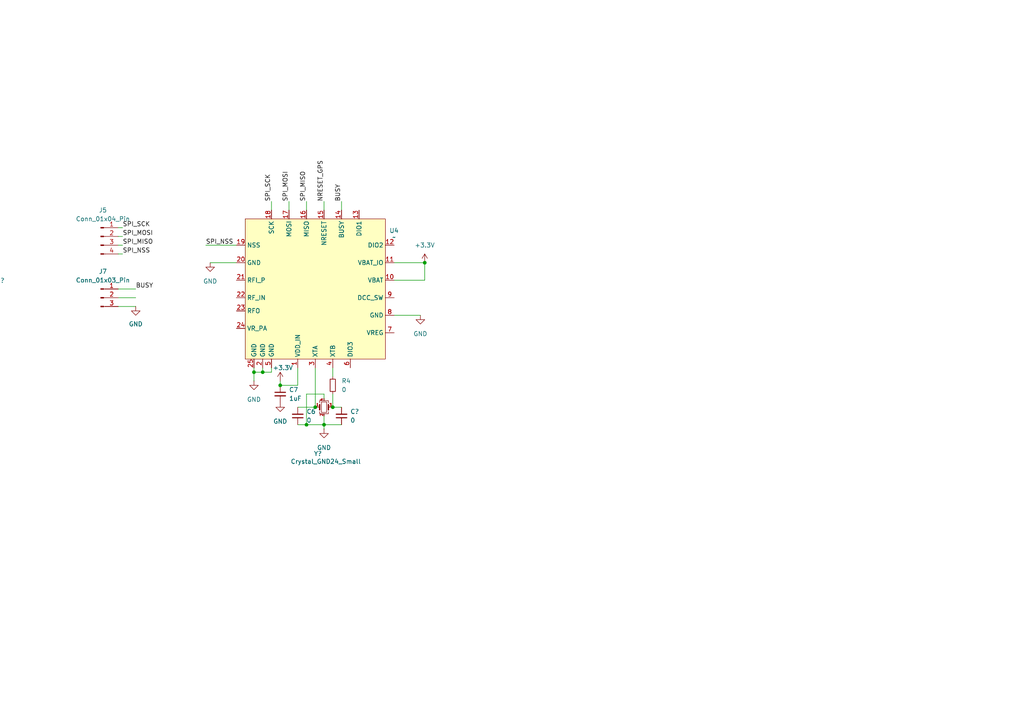
<source format=kicad_sch>
(kicad_sch (version 20231120) (generator "eeschema") (generator_version "8.0")
  (paper "A4")
  (lib_symbols
    (symbol "Connector:Conn_01x03_Pin" (pin_names (offset 1.016) hide)
      (property "Reference" "J" (at 0 5.08 0))
      (property "Value" "Conn_01x03_Pin" (at 0 -5.08 0))
      (symbol "Conn_01x03_Pin_1_1"
        (polyline (pts (xy 1.27 -2.54) (xy 0.8636 -2.54)) (stroke (width 0.1524)))
        (polyline (pts (xy 1.27 0) (xy 0.8636 0)) (stroke (width 0.1524)))
        (polyline (pts (xy 1.27 2.54) (xy 0.8636 2.54)) (stroke (width 0.1524)))
        (rectangle (start 0.8636 -2.413) (end 0 -2.667) (stroke (width 0.1524)) (fill (type outline)))
        (rectangle (start 0.8636 0.127) (end 0 -0.127) (stroke (width 0.1524)) (fill (type outline)))
        (rectangle (start 0.8636 2.667) (end 0 2.413) (stroke (width 0.1524)) (fill (type outline)))
        (pin passive line (at 5.08 2.54 180) (length 3.81) (name "Pin_1") (number "1"))
        (pin passive line (at 5.08 0 180) (length 3.81) (name "Pin_2") (number "2"))
        (pin passive line (at 5.08 -2.54 180) (length 3.81) (name "Pin_3") (number "3"))
      )
    )
    (symbol "Connector:Conn_01x04_Pin" (pin_names (offset 1.016) hide)
      (property "Reference" "J" (at 0 5.08 0))
      (property "Value" "Conn_01x04_Pin" (at 0 -7.62 0))
      (symbol "Conn_01x04_Pin_1_1"
        (polyline (pts (xy 1.27 -5.08) (xy 0.8636 -5.08)) (stroke (width 0.1524)))
        (polyline (pts (xy 1.27 -2.54) (xy 0.8636 -2.54)) (stroke (width 0.1524)))
        (polyline (pts (xy 1.27 0) (xy 0.8636 0)) (stroke (width 0.1524)))
        (polyline (pts (xy 1.27 2.54) (xy 0.8636 2.54)) (stroke (width 0.1524)))
        (rectangle (start 0.8636 -4.953) (end 0 -5.207) (stroke (width 0.1524)) (fill (type outline)))
        (rectangle (start 0.8636 -2.413) (end 0 -2.667) (stroke (width 0.1524)) (fill (type outline)))
        (rectangle (start 0.8636 0.127) (end 0 -0.127) (stroke (width 0.1524)) (fill (type outline)))
        (rectangle (start 0.8636 2.667) (end 0 2.413) (stroke (width 0.1524)) (fill (type outline)))
        (pin passive line (at 5.08 2.54 180) (length 3.81) (name "Pin_1") (number "1"))
        (pin passive line (at 5.08 0 180) (length 3.81) (name "Pin_2") (number "2"))
        (pin passive line (at 5.08 -2.54 180) (length 3.81) (name "Pin_3") (number "3"))
        (pin passive line (at 5.08 -5.08 180) (length 3.81) (name "Pin_4") (number "4"))
      )
    )
    (symbol "Device:C_Small" (pin_numbers hide) (pin_names (offset 0.254) hide)
      (property "Reference" "C" (at 0.254 1.778 0))
      (property "Value" "C_Small" (at 0.254 -2.032 0))
      (symbol "C_Small_0_1"
        (polyline (pts (xy -1.524 -0.508) (xy 1.524 -0.508)) (stroke (width 0.3302)))
        (polyline (pts (xy -1.524 0.508) (xy 1.524 0.508)) (stroke (width 0.3048)))
      )
      (symbol "C_Small_1_1"
        (pin passive line (at 0 2.54 270) (length 2.032) (name "~") (number "1"))
        (pin passive line (at 0 -2.54 90) (length 2.032) (name "~") (number "2"))
      )
    )
    (symbol "Device:Crystal_GND24_Small" (pin_names (offset 1.016) hide)
      (property "Reference" "Y" (at 1.27 4.445 0))
      (property "Value" "Crystal_GND24_Small" (at 1.27 2.54 0))
      (symbol "Crystal_GND24_Small_0_1"
        (rectangle (start -0.762 -1.524) (end 0.762 1.524))
        (polyline (pts (xy -1.27 -0.762) (xy -1.27 0.762)) (stroke (width 0.381)))
        (polyline (pts (xy 1.27 -0.762) (xy 1.27 0.762)) (stroke (width 0.381)))
        (polyline (pts (xy -1.27 -1.27) (xy -1.27 -1.905) (xy 1.27 -1.905) (xy 1.27 -1.27)))
        (polyline (pts (xy -1.27 1.27) (xy -1.27 1.905) (xy 1.27 1.905) (xy 1.27 1.27)))
      )
      (symbol "Crystal_GND24_Small_1_1"
        (pin passive line (at -2.54 0 0) (length 1.27) (name "1") (number "1"))
        (pin passive line (at 0 -2.54 90) (length 0.635) (name "2") (number "2"))
        (pin passive line (at 2.54 0 180) (length 1.27) (name "3") (number "3"))
        (pin passive line (at 0 2.54 270) (length 0.635) (name "4") (number "4"))
      )
    )
    (symbol "Device:R_Small" (pin_numbers hide) (pin_names (offset 0.254) hide)
      (property "Reference" "R" (at 0.762 0.508 0))
      (property "Value" "R_Small" (at 0.762 -1.016 0))
      (symbol "R_Small_0_1"
        (rectangle (start -0.762 1.778) (end 0.762 -1.778) (stroke (width 0.2032)))
      )
      (symbol "R_Small_1_1"
        (pin passive line (at 0 2.54 270) (length 0.762) (name "~") (number "1"))
        (pin passive line (at 0 -2.54 90) (length 0.762) (name "~") (number "2"))
      )
    )
    (symbol "hw_wireless_testboard:LLCC68"
      (property "Reference" "U" (at 0 0 0))
      (symbol "LLCC68_1_1"
        (rectangle (start -20.32 20.32) (end 20.32 -20.32) (fill (type background)))
        (pin input line (at -22.86 5.08 0) (length 2.54) (name "VDD_IN") (number "1"))
        (pin input line (at 2.54 -22.86 90) (length 2.54) (name "VBAT") (number "10"))
        (pin input line (at 7.62 -22.86 90) (length 2.54) (name "VBAT_IO") (number "11"))
        (pin input line (at 12.7 -22.86 90) (length 2.54) (name "DIO2") (number "12"))
        (pin input line (at 22.86 -12.7 180) (length 2.54) (name "DIO1") (number "13"))
        (pin input line (at 22.86 -7.62 180) (length 2.54) (name "BUSY") (number "14"))
        (pin input line (at 22.86 -2.54 180) (length 2.54) (name "NRESET") (number "15"))
        (pin input line (at 22.86 2.54 180) (length 2.54) (name "MISO") (number "16"))
        (pin input line (at 22.86 7.62 180) (length 2.54) (name "MOSI") (number "17"))
        (pin input line (at 22.86 12.7 180) (length 2.54) (name "SCK") (number "18"))
        (pin input line (at 12.7 22.86 270) (length 2.54) (name "NSS") (number "19"))
        (pin input line (at -22.86 15.24 0) (length 2.54) (name "GND") (number "2"))
        (pin input line (at 7.62 22.86 270) (length 2.54) (name "GND") (number "20"))
        (pin input line (at 2.54 22.86 270) (length 2.54) (name "RFI_P") (number "21"))
        (pin input line (at -2.54 22.86 270) (length 2.54) (name "RF_IN") (number "22"))
        (pin input line (at -6.35 22.86 270) (length 2.54) (name "RFO") (number "23"))
        (pin input line (at -11.43 22.86 270) (length 2.54) (name "VR_PA") (number "24"))
        (pin input line (at -22.86 17.78 0) (length 2.54) (name "GND") (number "25"))
        (pin input line (at -22.86 0 0) (length 2.54) (name "XTA") (number "3"))
        (pin input line (at -22.86 -5.08 0) (length 2.54) (name "XTB") (number "4"))
        (pin input line (at -22.86 12.7 0) (length 2.54) (name "GND") (number "5"))
        (pin input line (at -22.86 -10.16 0) (length 2.54) (name "DIO3") (number "6"))
        (pin input line (at -12.7 -22.86 90) (length 2.54) (name "VREG") (number "7"))
        (pin input line (at -7.62 -22.86 90) (length 2.54) (name "GND") (number "8"))
        (pin input line (at -2.54 -22.86 90) (length 2.54) (name "DCC_SW") (number "9"))
      )
    )
    (symbol "power:+3.3V" (power) (pin_numbers hide) (pin_names (offset 0) hide)
      (property "Value" "+3.3V" (at 0 3.556 0))
      (symbol "+3.3V_0_1"
        (polyline (pts (xy -0.762 1.27) (xy 0 2.54)))
        (polyline (pts (xy 0 0) (xy 0 2.54)))
        (polyline (pts (xy 0 2.54) (xy 0.762 1.27)))
      )
      (symbol "+3.3V_1_1"
        (pin power_in line (at 0 0 90) (length 0) (name "~") (number "1"))
      )
    )
    (symbol "power:GND" (power) (pin_numbers hide) (pin_names (offset 0) hide)
      (property "Value" "GND" (at 0 -3.81 0))
      (symbol "GND_0_1"
        (polyline (pts (xy 0 0) (xy 0 -1.27) (xy 1.27 -1.27) (xy 0 -2.54) (xy -1.27 -1.27) (xy 0 -1.27)))
      )
      (symbol "GND_1_1"
        (pin power_in line (at 0 0 270) (length 0) (name "~") (number "1"))
      )
    )
    (symbol "wireless_testboard:LLCC68"
      (property "Reference" "U" (at -2.286 1.778 0))
    )
  )
  (junction (at 76.2 107.95))
  (junction (at 93.98 123.19))
  (junction (at 91.44 118.11))
  (junction (at 73.66 107.95))
  (junction (at 96.52 118.11))
  (junction (at 81.28 111.76))
  (junction (at 88.9 123.19))
  (junction (at 123.19 76.2))
  (wire (pts (xy 93.98 114.3) (xy 88.9 114.3)))
  (wire (pts (xy 93.98 114.3) (xy 93.98 115.57)))
  (wire (pts (xy 78.74 107.95) (xy 78.74 106.68)))
  (wire (pts (xy 88.9 58.42) (xy 88.9 60.96)))
  (wire (pts (xy 99.06 58.42) (xy 99.06 60.96)))
  (wire (pts (xy 34.29 88.9) (xy 39.37 88.9)))
  (wire (pts (xy 60.96 76.2) (xy 68.58 76.2)))
  (wire (pts (xy 76.2 107.95) (xy 78.74 107.95)))
  (wire (pts (xy 81.28 111.76) (xy 81.28 110.49)))
  (wire (pts (xy 34.29 83.82) (xy 39.37 83.82)))
  (wire (pts (xy 114.3 76.2) (xy 123.19 76.2)))
  (wire (pts (xy 88.9 114.3) (xy 88.9 123.19)))
  (wire (pts (xy 86.36 123.19) (xy 88.9 123.19)))
  (wire (pts (xy 91.44 118.11) (xy 91.44 106.68)))
  (wire (pts (xy 88.9 123.19) (xy 93.98 123.19)))
  (wire (pts (xy 78.74 58.42) (xy 78.74 60.96)))
  (wire (pts (xy 86.36 106.68) (xy 86.36 111.76)))
  (wire (pts (xy 35.56 73.66) (xy 34.29 73.66)))
  (wire (pts (xy 73.66 107.95) (xy 73.66 110.49)))
  (wire (pts (xy 35.56 66.04) (xy 34.29 66.04)))
  (wire (pts (xy 73.66 107.95) (xy 76.2 107.95)))
  (wire (pts (xy 93.98 120.65) (xy 93.98 123.19)))
  (wire (pts (xy 93.98 123.19) (xy 99.06 123.19)))
  (wire (pts (xy 96.52 118.11) (xy 99.06 118.11)))
  (wire (pts (xy 76.2 107.95) (xy 76.2 106.68)))
  (wire (pts (xy 96.52 114.3) (xy 96.52 118.11)))
  (wire (pts (xy 83.82 58.42) (xy 83.82 60.96)))
  (wire (pts (xy 123.19 81.28) (xy 123.19 76.2)))
  (wire (pts (xy 59.69 71.12) (xy 68.58 71.12)))
  (wire (pts (xy 86.36 111.76) (xy 81.28 111.76)))
  (wire (pts (xy 86.36 118.11) (xy 91.44 118.11)))
  (wire (pts (xy 73.66 107.95) (xy 73.66 106.68)))
  (wire (pts (xy 96.52 106.68) (xy 96.52 109.22)))
  (wire (pts (xy 34.29 86.36) (xy 39.37 86.36)))
  (wire (pts (xy 93.98 124.46) (xy 93.98 123.19)))
  (wire (pts (xy 35.56 71.12) (xy 34.29 71.12)))
  (wire (pts (xy 114.3 81.28) (xy 123.19 81.28)))
  (wire (pts (xy 35.56 68.58) (xy 34.29 68.58)))
  (wire (pts (xy 114.3 91.44) (xy 121.92 91.44)))
  (wire (pts (xy 93.98 58.42) (xy 93.98 60.96)))
  (image (at -37 59))
  (label "SPI_NSS" (at 59.69 71.12 0))
  (label "SPI_MISO" (at 88.9 58.42 90))
  (label "BUSY" (at 39.37 83.82 0))
  (label "BUSY" (at 99.06 58.42 90))
  (label "SPI_SCK" (at 78.74 58.42 90))
  (label "NRESET_GPS" (at 93.98 58.42 90))
  (label "SPI_NSS" (at 35.56 73.66 0))
  (label "SPI_MISO" (at 35.56 71.12 0))
  (label "SPI_MOSI" (at 35.56 68.58 0))
  (label "SPI_SCK" (at 35.56 66.04 0))
  (label "SPI_MOSI" (at 83.82 58.42 90))
  (symbol (lib_id "power:GND") (at 121.92 91.44 0) (unit 1)
    (property "Reference" "#PWR017" (effects (hide yes)))
    (property "Value" "GND" (at 121.92 96.82 0))
    (property "Description" "Power symbol creates a global label with name \"GND\" , ground" (effects (hide yes)))
  )
  (symbol (lib_id "Device:R_Small") (at 96.52 111.76 0) (unit 1)
    (property "Reference" "R4" (at 99.06 110.4899 0) (effects (justify left)))
    (property "Value" "0" (at 99.06 113.0299 0) (effects (justify left)))
    (property "Footprint" "Resistor_SMD:R_0402_1005Metric_Pad0.72x0.64mm_HandSolder" (effects (hide yes)))
    (property "Datasheet" "https://wmsc.lcsc.com/wmsc/upload/file/pdf/v2/lcsc/2206010216_UNI-ROYAL-Uniroyal-Elec-0402WGF0000TCE_C17168.pdf" (effects (hide yes)))
    (property "Description" "Resistor, small symbol" (effects (hide yes)))
    (property "jlcpcb" "C17168" (effects (hide yes)))
    (property "MFR.Part" "0402WGF0000TCE" (effects (hide yes)))
  )
  (symbol (lib_id "power:+3.3V") (at 123.19 76.2 0) (unit 1)
    (property "Reference" "#PWR019" (effects (hide yes)))
    (property "Value" "+3.3V" (at 123.19 71.12 0))
    (property "Description" "Power symbol creates a global label with name \"+3.3V\"" (effects (hide yes)))
  )
  (symbol (lib_id "wireless_testboard:LLCC68") (at -4 82 0) (unit 1)
    (property "Reference" "U?" (at -1.27 81.3649 0) (effects (justify left)))
    (property "Value" "~" (at -1.27 83.27 0) (effects (justify left)))
  )
  (symbol (lib_id "power:GND") (at 39.37 88.9 0) (unit 1)
    (property "Reference" "#PWR021" (effects (hide yes)))
    (property "Value" "GND" (at 39.37 93.98 0))
    (property "Description" "Power symbol creates a global label with name \"GND\" , ground" (effects (hide yes)))
  )
  (symbol (lib_id "power:GND") (at 60.96 76.2 0) (unit 1)
    (property "Reference" "#PWR016" (effects (hide yes)))
    (property "Value" "GND" (at 60.96 81.58 0))
    (property "Description" "Power symbol creates a global label with name \"GND\" , ground" (effects (hide yes)))
  )
  (symbol (lib_id "power:+3.3V") (at 81.28 110.49 0) (unit 1)
    (property "Reference" "#PWR020" (effects (hide yes)))
    (property "Value" "+3.3V" (at 82.042 106.68 0))
    (property "Description" "Power symbol creates a global label with name \"+3.3V\"" (effects (hide yes)))
  )
  (symbol (lib_id "Connector:Conn_01x04_Pin") (at 29.21 68.58 0) (unit 1)
    (property "Reference" "J5" (at 29.845 60.96 0))
    (property "Value" "Conn_01x04_Pin" (at 29.845 63.5 0))
    (property "Description" "Generic connector, single row, 01x04, script generated" (effects (hide yes)))
  )
  (symbol (lib_id "Device:Crystal_GND24_Small") (at 93.98 118.11 0) (unit 1)
    (property "Reference" "Y?" (at 92.202 131.572 0))
    (property "Value" "Crystal_GND24_Small" (at 94.488 133.858 0))
    (property "Footprint" "Crystal:Crystal_SMD_3225-4Pin_3.2x2.5mm_HandSoldering" (effects (hide yes)))
    (property "Datasheet" "https://wmsc.lcsc.com/wmsc/upload/file/pdf/v2/lcsc/2403291504_YXC-Crystal-Oscillators-X322532MOB4SI_C9009.pdf" (effects (hide yes)))
    (property "Description" "Four pin crystal, GND on pins 2 and 4, small symbol" (effects (hide yes)))
    (property "jlcpcb" "C9009" (effects (hide yes)))
    (property "MFR.Part" "X322532MOB4SI" (effects (hide yes)))
  )
  (symbol (lib_id "power:GND") (at 93.98 124.46 0) (unit 1)
    (property "Reference" "#PWR018" (effects (hide yes)))
    (property "Value" "GND" (at 93.98 129.84 0))
    (property "Description" "Power symbol creates a global label with name \"GND\" , ground" (effects (hide yes)))
  )
  (symbol (lib_id "Device:C_Small") (at 86.36 120.65 180) (unit 1)
    (property "Reference" "C6" (at 88.9 119.3735 0) (effects (justify right)))
    (property "Value" "0" (at 88.9 121.9135 0) (effects (justify right)))
    (property "Description" "Unpolarized capacitor, small symbol" (effects (hide yes)))
  )
  (symbol (lib_id "power:GND") (at 81.28 116.84 0) (unit 1)
    (property "Reference" "#PWR022" (effects (hide yes)))
    (property "Value" "GND" (at 81.28 122.22 0))
    (property "Description" "Power symbol creates a global label with name \"GND\" , ground" (effects (hide yes)))
  )
  (symbol (lib_id "Device:C_Small") (at 99.06 120.65 180) (unit 1)
    (property "Reference" "C?" (at 101.6 119.3735 0) (effects (justify right)))
    (property "Value" "0" (at 101.6 121.9135 0) (effects (justify right)))
    (property "Description" "Unpolarized capacitor, small symbol" (effects (hide yes)))
  )
  (symbol (lib_id "Device:C_Small") (at 81.28 114.3 0) (unit 1)
    (property "Reference" "C7" (at 83.82 113.0362 0) (effects (justify left)))
    (property "Value" "1uF" (at 83.82 115.5762 0) (effects (justify left)))
    (property "Description" "Unpolarized capacitor, small symbol" (effects (hide yes)))
  )
  (symbol (lib_id "Connector:Conn_01x03_Pin") (at 29.21 86.36 0) (unit 1)
    (property "Reference" "J7" (at 29.845 78.74 0))
    (property "Value" "Conn_01x03_Pin" (at 29.845 81.28 0))
    (property "Description" "Generic connector, single row, 01x03, script generated" (effects (hide yes)))
  )
  (symbol (lib_id "power:GND") (at 73.66 110.49 0) (unit 1)
    (property "Reference" "#PWR015" (effects (hide yes)))
    (property "Value" "GND" (at 73.66 115.87 0))
    (property "Description" "Power symbol creates a global label with name \"GND\" , ground" (effects (hide yes)))
  )
  (symbol (lib_id "hw_wireless_testboard:LLCC68") (at 91.44 83.82 90) (unit 1)
    (property "Reference" "U4" (at 114.3 66.8938 90))
    (property "Value" "~" (at 114.3 68.7989 90))
    (property "Footprint" "Package_DFN_QFN:QFN-24-1EP_4x4mm_P0.5mm_EP2.7x2.7mm" (effects (hide yes)))
    (property "Datasheet" "https://wmsc.lcsc.com/wmsc/upload/file/pdf/v2/lcsc/2212291730_SEMTECH-LLCC68IMLTRT_C5120261.pdf" (effects (hide yes)))
    (property "jlcpcb" "C5120261 " (effects (hide yes)))
    (property "MFR.Part" "LLCC68IMLTRT" (effects (hide yes)))
  )
)
</source>
